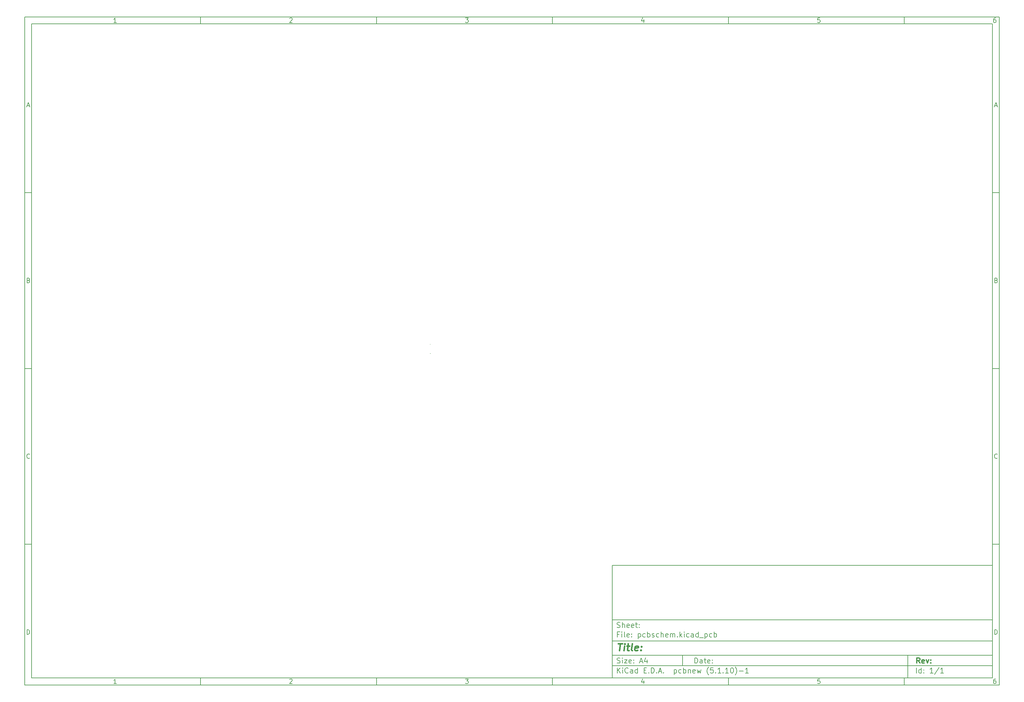
<source format=gbr>
%TF.GenerationSoftware,KiCad,Pcbnew,(5.1.10)-1*%
%TF.CreationDate,2021-10-11T22:16:09-07:00*%
%TF.ProjectId,pcbschem,70636273-6368-4656-9d2e-6b696361645f,rev?*%
%TF.SameCoordinates,Original*%
%TF.FileFunction,Other,Fab,Bot*%
%FSLAX46Y46*%
G04 Gerber Fmt 4.6, Leading zero omitted, Abs format (unit mm)*
G04 Created by KiCad (PCBNEW (5.1.10)-1) date 2021-10-11 22:16:09*
%MOMM*%
%LPD*%
G01*
G04 APERTURE LIST*
%ADD10C,0.100000*%
%ADD11C,0.150000*%
%ADD12C,0.300000*%
%ADD13C,0.400000*%
%ADD14C,0.001930*%
G04 APERTURE END LIST*
D10*
D11*
X177002200Y-166007200D02*
X177002200Y-198007200D01*
X285002200Y-198007200D01*
X285002200Y-166007200D01*
X177002200Y-166007200D01*
D10*
D11*
X10000000Y-10000000D02*
X10000000Y-200007200D01*
X287002200Y-200007200D01*
X287002200Y-10000000D01*
X10000000Y-10000000D01*
D10*
D11*
X12000000Y-12000000D02*
X12000000Y-198007200D01*
X285002200Y-198007200D01*
X285002200Y-12000000D01*
X12000000Y-12000000D01*
D10*
D11*
X60000000Y-12000000D02*
X60000000Y-10000000D01*
D10*
D11*
X110000000Y-12000000D02*
X110000000Y-10000000D01*
D10*
D11*
X160000000Y-12000000D02*
X160000000Y-10000000D01*
D10*
D11*
X210000000Y-12000000D02*
X210000000Y-10000000D01*
D10*
D11*
X260000000Y-12000000D02*
X260000000Y-10000000D01*
D10*
D11*
X36065476Y-11588095D02*
X35322619Y-11588095D01*
X35694047Y-11588095D02*
X35694047Y-10288095D01*
X35570238Y-10473809D01*
X35446428Y-10597619D01*
X35322619Y-10659523D01*
D10*
D11*
X85322619Y-10411904D02*
X85384523Y-10350000D01*
X85508333Y-10288095D01*
X85817857Y-10288095D01*
X85941666Y-10350000D01*
X86003571Y-10411904D01*
X86065476Y-10535714D01*
X86065476Y-10659523D01*
X86003571Y-10845238D01*
X85260714Y-11588095D01*
X86065476Y-11588095D01*
D10*
D11*
X135260714Y-10288095D02*
X136065476Y-10288095D01*
X135632142Y-10783333D01*
X135817857Y-10783333D01*
X135941666Y-10845238D01*
X136003571Y-10907142D01*
X136065476Y-11030952D01*
X136065476Y-11340476D01*
X136003571Y-11464285D01*
X135941666Y-11526190D01*
X135817857Y-11588095D01*
X135446428Y-11588095D01*
X135322619Y-11526190D01*
X135260714Y-11464285D01*
D10*
D11*
X185941666Y-10721428D02*
X185941666Y-11588095D01*
X185632142Y-10226190D02*
X185322619Y-11154761D01*
X186127380Y-11154761D01*
D10*
D11*
X236003571Y-10288095D02*
X235384523Y-10288095D01*
X235322619Y-10907142D01*
X235384523Y-10845238D01*
X235508333Y-10783333D01*
X235817857Y-10783333D01*
X235941666Y-10845238D01*
X236003571Y-10907142D01*
X236065476Y-11030952D01*
X236065476Y-11340476D01*
X236003571Y-11464285D01*
X235941666Y-11526190D01*
X235817857Y-11588095D01*
X235508333Y-11588095D01*
X235384523Y-11526190D01*
X235322619Y-11464285D01*
D10*
D11*
X285941666Y-10288095D02*
X285694047Y-10288095D01*
X285570238Y-10350000D01*
X285508333Y-10411904D01*
X285384523Y-10597619D01*
X285322619Y-10845238D01*
X285322619Y-11340476D01*
X285384523Y-11464285D01*
X285446428Y-11526190D01*
X285570238Y-11588095D01*
X285817857Y-11588095D01*
X285941666Y-11526190D01*
X286003571Y-11464285D01*
X286065476Y-11340476D01*
X286065476Y-11030952D01*
X286003571Y-10907142D01*
X285941666Y-10845238D01*
X285817857Y-10783333D01*
X285570238Y-10783333D01*
X285446428Y-10845238D01*
X285384523Y-10907142D01*
X285322619Y-11030952D01*
D10*
D11*
X60000000Y-198007200D02*
X60000000Y-200007200D01*
D10*
D11*
X110000000Y-198007200D02*
X110000000Y-200007200D01*
D10*
D11*
X160000000Y-198007200D02*
X160000000Y-200007200D01*
D10*
D11*
X210000000Y-198007200D02*
X210000000Y-200007200D01*
D10*
D11*
X260000000Y-198007200D02*
X260000000Y-200007200D01*
D10*
D11*
X36065476Y-199595295D02*
X35322619Y-199595295D01*
X35694047Y-199595295D02*
X35694047Y-198295295D01*
X35570238Y-198481009D01*
X35446428Y-198604819D01*
X35322619Y-198666723D01*
D10*
D11*
X85322619Y-198419104D02*
X85384523Y-198357200D01*
X85508333Y-198295295D01*
X85817857Y-198295295D01*
X85941666Y-198357200D01*
X86003571Y-198419104D01*
X86065476Y-198542914D01*
X86065476Y-198666723D01*
X86003571Y-198852438D01*
X85260714Y-199595295D01*
X86065476Y-199595295D01*
D10*
D11*
X135260714Y-198295295D02*
X136065476Y-198295295D01*
X135632142Y-198790533D01*
X135817857Y-198790533D01*
X135941666Y-198852438D01*
X136003571Y-198914342D01*
X136065476Y-199038152D01*
X136065476Y-199347676D01*
X136003571Y-199471485D01*
X135941666Y-199533390D01*
X135817857Y-199595295D01*
X135446428Y-199595295D01*
X135322619Y-199533390D01*
X135260714Y-199471485D01*
D10*
D11*
X185941666Y-198728628D02*
X185941666Y-199595295D01*
X185632142Y-198233390D02*
X185322619Y-199161961D01*
X186127380Y-199161961D01*
D10*
D11*
X236003571Y-198295295D02*
X235384523Y-198295295D01*
X235322619Y-198914342D01*
X235384523Y-198852438D01*
X235508333Y-198790533D01*
X235817857Y-198790533D01*
X235941666Y-198852438D01*
X236003571Y-198914342D01*
X236065476Y-199038152D01*
X236065476Y-199347676D01*
X236003571Y-199471485D01*
X235941666Y-199533390D01*
X235817857Y-199595295D01*
X235508333Y-199595295D01*
X235384523Y-199533390D01*
X235322619Y-199471485D01*
D10*
D11*
X285941666Y-198295295D02*
X285694047Y-198295295D01*
X285570238Y-198357200D01*
X285508333Y-198419104D01*
X285384523Y-198604819D01*
X285322619Y-198852438D01*
X285322619Y-199347676D01*
X285384523Y-199471485D01*
X285446428Y-199533390D01*
X285570238Y-199595295D01*
X285817857Y-199595295D01*
X285941666Y-199533390D01*
X286003571Y-199471485D01*
X286065476Y-199347676D01*
X286065476Y-199038152D01*
X286003571Y-198914342D01*
X285941666Y-198852438D01*
X285817857Y-198790533D01*
X285570238Y-198790533D01*
X285446428Y-198852438D01*
X285384523Y-198914342D01*
X285322619Y-199038152D01*
D10*
D11*
X10000000Y-60000000D02*
X12000000Y-60000000D01*
D10*
D11*
X10000000Y-110000000D02*
X12000000Y-110000000D01*
D10*
D11*
X10000000Y-160000000D02*
X12000000Y-160000000D01*
D10*
D11*
X10690476Y-35216666D02*
X11309523Y-35216666D01*
X10566666Y-35588095D02*
X11000000Y-34288095D01*
X11433333Y-35588095D01*
D10*
D11*
X11092857Y-84907142D02*
X11278571Y-84969047D01*
X11340476Y-85030952D01*
X11402380Y-85154761D01*
X11402380Y-85340476D01*
X11340476Y-85464285D01*
X11278571Y-85526190D01*
X11154761Y-85588095D01*
X10659523Y-85588095D01*
X10659523Y-84288095D01*
X11092857Y-84288095D01*
X11216666Y-84350000D01*
X11278571Y-84411904D01*
X11340476Y-84535714D01*
X11340476Y-84659523D01*
X11278571Y-84783333D01*
X11216666Y-84845238D01*
X11092857Y-84907142D01*
X10659523Y-84907142D01*
D10*
D11*
X11402380Y-135464285D02*
X11340476Y-135526190D01*
X11154761Y-135588095D01*
X11030952Y-135588095D01*
X10845238Y-135526190D01*
X10721428Y-135402380D01*
X10659523Y-135278571D01*
X10597619Y-135030952D01*
X10597619Y-134845238D01*
X10659523Y-134597619D01*
X10721428Y-134473809D01*
X10845238Y-134350000D01*
X11030952Y-134288095D01*
X11154761Y-134288095D01*
X11340476Y-134350000D01*
X11402380Y-134411904D01*
D10*
D11*
X10659523Y-185588095D02*
X10659523Y-184288095D01*
X10969047Y-184288095D01*
X11154761Y-184350000D01*
X11278571Y-184473809D01*
X11340476Y-184597619D01*
X11402380Y-184845238D01*
X11402380Y-185030952D01*
X11340476Y-185278571D01*
X11278571Y-185402380D01*
X11154761Y-185526190D01*
X10969047Y-185588095D01*
X10659523Y-185588095D01*
D10*
D11*
X287002200Y-60000000D02*
X285002200Y-60000000D01*
D10*
D11*
X287002200Y-110000000D02*
X285002200Y-110000000D01*
D10*
D11*
X287002200Y-160000000D02*
X285002200Y-160000000D01*
D10*
D11*
X285692676Y-35216666D02*
X286311723Y-35216666D01*
X285568866Y-35588095D02*
X286002200Y-34288095D01*
X286435533Y-35588095D01*
D10*
D11*
X286095057Y-84907142D02*
X286280771Y-84969047D01*
X286342676Y-85030952D01*
X286404580Y-85154761D01*
X286404580Y-85340476D01*
X286342676Y-85464285D01*
X286280771Y-85526190D01*
X286156961Y-85588095D01*
X285661723Y-85588095D01*
X285661723Y-84288095D01*
X286095057Y-84288095D01*
X286218866Y-84350000D01*
X286280771Y-84411904D01*
X286342676Y-84535714D01*
X286342676Y-84659523D01*
X286280771Y-84783333D01*
X286218866Y-84845238D01*
X286095057Y-84907142D01*
X285661723Y-84907142D01*
D10*
D11*
X286404580Y-135464285D02*
X286342676Y-135526190D01*
X286156961Y-135588095D01*
X286033152Y-135588095D01*
X285847438Y-135526190D01*
X285723628Y-135402380D01*
X285661723Y-135278571D01*
X285599819Y-135030952D01*
X285599819Y-134845238D01*
X285661723Y-134597619D01*
X285723628Y-134473809D01*
X285847438Y-134350000D01*
X286033152Y-134288095D01*
X286156961Y-134288095D01*
X286342676Y-134350000D01*
X286404580Y-134411904D01*
D10*
D11*
X285661723Y-185588095D02*
X285661723Y-184288095D01*
X285971247Y-184288095D01*
X286156961Y-184350000D01*
X286280771Y-184473809D01*
X286342676Y-184597619D01*
X286404580Y-184845238D01*
X286404580Y-185030952D01*
X286342676Y-185278571D01*
X286280771Y-185402380D01*
X286156961Y-185526190D01*
X285971247Y-185588095D01*
X285661723Y-185588095D01*
D10*
D11*
X200434342Y-193785771D02*
X200434342Y-192285771D01*
X200791485Y-192285771D01*
X201005771Y-192357200D01*
X201148628Y-192500057D01*
X201220057Y-192642914D01*
X201291485Y-192928628D01*
X201291485Y-193142914D01*
X201220057Y-193428628D01*
X201148628Y-193571485D01*
X201005771Y-193714342D01*
X200791485Y-193785771D01*
X200434342Y-193785771D01*
X202577200Y-193785771D02*
X202577200Y-193000057D01*
X202505771Y-192857200D01*
X202362914Y-192785771D01*
X202077200Y-192785771D01*
X201934342Y-192857200D01*
X202577200Y-193714342D02*
X202434342Y-193785771D01*
X202077200Y-193785771D01*
X201934342Y-193714342D01*
X201862914Y-193571485D01*
X201862914Y-193428628D01*
X201934342Y-193285771D01*
X202077200Y-193214342D01*
X202434342Y-193214342D01*
X202577200Y-193142914D01*
X203077200Y-192785771D02*
X203648628Y-192785771D01*
X203291485Y-192285771D02*
X203291485Y-193571485D01*
X203362914Y-193714342D01*
X203505771Y-193785771D01*
X203648628Y-193785771D01*
X204720057Y-193714342D02*
X204577200Y-193785771D01*
X204291485Y-193785771D01*
X204148628Y-193714342D01*
X204077200Y-193571485D01*
X204077200Y-193000057D01*
X204148628Y-192857200D01*
X204291485Y-192785771D01*
X204577200Y-192785771D01*
X204720057Y-192857200D01*
X204791485Y-193000057D01*
X204791485Y-193142914D01*
X204077200Y-193285771D01*
X205434342Y-193642914D02*
X205505771Y-193714342D01*
X205434342Y-193785771D01*
X205362914Y-193714342D01*
X205434342Y-193642914D01*
X205434342Y-193785771D01*
X205434342Y-192857200D02*
X205505771Y-192928628D01*
X205434342Y-193000057D01*
X205362914Y-192928628D01*
X205434342Y-192857200D01*
X205434342Y-193000057D01*
D10*
D11*
X177002200Y-194507200D02*
X285002200Y-194507200D01*
D10*
D11*
X178434342Y-196585771D02*
X178434342Y-195085771D01*
X179291485Y-196585771D02*
X178648628Y-195728628D01*
X179291485Y-195085771D02*
X178434342Y-195942914D01*
X179934342Y-196585771D02*
X179934342Y-195585771D01*
X179934342Y-195085771D02*
X179862914Y-195157200D01*
X179934342Y-195228628D01*
X180005771Y-195157200D01*
X179934342Y-195085771D01*
X179934342Y-195228628D01*
X181505771Y-196442914D02*
X181434342Y-196514342D01*
X181220057Y-196585771D01*
X181077200Y-196585771D01*
X180862914Y-196514342D01*
X180720057Y-196371485D01*
X180648628Y-196228628D01*
X180577200Y-195942914D01*
X180577200Y-195728628D01*
X180648628Y-195442914D01*
X180720057Y-195300057D01*
X180862914Y-195157200D01*
X181077200Y-195085771D01*
X181220057Y-195085771D01*
X181434342Y-195157200D01*
X181505771Y-195228628D01*
X182791485Y-196585771D02*
X182791485Y-195800057D01*
X182720057Y-195657200D01*
X182577200Y-195585771D01*
X182291485Y-195585771D01*
X182148628Y-195657200D01*
X182791485Y-196514342D02*
X182648628Y-196585771D01*
X182291485Y-196585771D01*
X182148628Y-196514342D01*
X182077200Y-196371485D01*
X182077200Y-196228628D01*
X182148628Y-196085771D01*
X182291485Y-196014342D01*
X182648628Y-196014342D01*
X182791485Y-195942914D01*
X184148628Y-196585771D02*
X184148628Y-195085771D01*
X184148628Y-196514342D02*
X184005771Y-196585771D01*
X183720057Y-196585771D01*
X183577200Y-196514342D01*
X183505771Y-196442914D01*
X183434342Y-196300057D01*
X183434342Y-195871485D01*
X183505771Y-195728628D01*
X183577200Y-195657200D01*
X183720057Y-195585771D01*
X184005771Y-195585771D01*
X184148628Y-195657200D01*
X186005771Y-195800057D02*
X186505771Y-195800057D01*
X186720057Y-196585771D02*
X186005771Y-196585771D01*
X186005771Y-195085771D01*
X186720057Y-195085771D01*
X187362914Y-196442914D02*
X187434342Y-196514342D01*
X187362914Y-196585771D01*
X187291485Y-196514342D01*
X187362914Y-196442914D01*
X187362914Y-196585771D01*
X188077200Y-196585771D02*
X188077200Y-195085771D01*
X188434342Y-195085771D01*
X188648628Y-195157200D01*
X188791485Y-195300057D01*
X188862914Y-195442914D01*
X188934342Y-195728628D01*
X188934342Y-195942914D01*
X188862914Y-196228628D01*
X188791485Y-196371485D01*
X188648628Y-196514342D01*
X188434342Y-196585771D01*
X188077200Y-196585771D01*
X189577200Y-196442914D02*
X189648628Y-196514342D01*
X189577200Y-196585771D01*
X189505771Y-196514342D01*
X189577200Y-196442914D01*
X189577200Y-196585771D01*
X190220057Y-196157200D02*
X190934342Y-196157200D01*
X190077200Y-196585771D02*
X190577200Y-195085771D01*
X191077200Y-196585771D01*
X191577200Y-196442914D02*
X191648628Y-196514342D01*
X191577200Y-196585771D01*
X191505771Y-196514342D01*
X191577200Y-196442914D01*
X191577200Y-196585771D01*
X194577200Y-195585771D02*
X194577200Y-197085771D01*
X194577200Y-195657200D02*
X194720057Y-195585771D01*
X195005771Y-195585771D01*
X195148628Y-195657200D01*
X195220057Y-195728628D01*
X195291485Y-195871485D01*
X195291485Y-196300057D01*
X195220057Y-196442914D01*
X195148628Y-196514342D01*
X195005771Y-196585771D01*
X194720057Y-196585771D01*
X194577200Y-196514342D01*
X196577200Y-196514342D02*
X196434342Y-196585771D01*
X196148628Y-196585771D01*
X196005771Y-196514342D01*
X195934342Y-196442914D01*
X195862914Y-196300057D01*
X195862914Y-195871485D01*
X195934342Y-195728628D01*
X196005771Y-195657200D01*
X196148628Y-195585771D01*
X196434342Y-195585771D01*
X196577200Y-195657200D01*
X197220057Y-196585771D02*
X197220057Y-195085771D01*
X197220057Y-195657200D02*
X197362914Y-195585771D01*
X197648628Y-195585771D01*
X197791485Y-195657200D01*
X197862914Y-195728628D01*
X197934342Y-195871485D01*
X197934342Y-196300057D01*
X197862914Y-196442914D01*
X197791485Y-196514342D01*
X197648628Y-196585771D01*
X197362914Y-196585771D01*
X197220057Y-196514342D01*
X198577200Y-195585771D02*
X198577200Y-196585771D01*
X198577200Y-195728628D02*
X198648628Y-195657200D01*
X198791485Y-195585771D01*
X199005771Y-195585771D01*
X199148628Y-195657200D01*
X199220057Y-195800057D01*
X199220057Y-196585771D01*
X200505771Y-196514342D02*
X200362914Y-196585771D01*
X200077200Y-196585771D01*
X199934342Y-196514342D01*
X199862914Y-196371485D01*
X199862914Y-195800057D01*
X199934342Y-195657200D01*
X200077200Y-195585771D01*
X200362914Y-195585771D01*
X200505771Y-195657200D01*
X200577200Y-195800057D01*
X200577200Y-195942914D01*
X199862914Y-196085771D01*
X201077200Y-195585771D02*
X201362914Y-196585771D01*
X201648628Y-195871485D01*
X201934342Y-196585771D01*
X202220057Y-195585771D01*
X204362914Y-197157200D02*
X204291485Y-197085771D01*
X204148628Y-196871485D01*
X204077200Y-196728628D01*
X204005771Y-196514342D01*
X203934342Y-196157200D01*
X203934342Y-195871485D01*
X204005771Y-195514342D01*
X204077200Y-195300057D01*
X204148628Y-195157200D01*
X204291485Y-194942914D01*
X204362914Y-194871485D01*
X205648628Y-195085771D02*
X204934342Y-195085771D01*
X204862914Y-195800057D01*
X204934342Y-195728628D01*
X205077200Y-195657200D01*
X205434342Y-195657200D01*
X205577200Y-195728628D01*
X205648628Y-195800057D01*
X205720057Y-195942914D01*
X205720057Y-196300057D01*
X205648628Y-196442914D01*
X205577200Y-196514342D01*
X205434342Y-196585771D01*
X205077200Y-196585771D01*
X204934342Y-196514342D01*
X204862914Y-196442914D01*
X206362914Y-196442914D02*
X206434342Y-196514342D01*
X206362914Y-196585771D01*
X206291485Y-196514342D01*
X206362914Y-196442914D01*
X206362914Y-196585771D01*
X207862914Y-196585771D02*
X207005771Y-196585771D01*
X207434342Y-196585771D02*
X207434342Y-195085771D01*
X207291485Y-195300057D01*
X207148628Y-195442914D01*
X207005771Y-195514342D01*
X208505771Y-196442914D02*
X208577200Y-196514342D01*
X208505771Y-196585771D01*
X208434342Y-196514342D01*
X208505771Y-196442914D01*
X208505771Y-196585771D01*
X210005771Y-196585771D02*
X209148628Y-196585771D01*
X209577200Y-196585771D02*
X209577200Y-195085771D01*
X209434342Y-195300057D01*
X209291485Y-195442914D01*
X209148628Y-195514342D01*
X210934342Y-195085771D02*
X211077200Y-195085771D01*
X211220057Y-195157200D01*
X211291485Y-195228628D01*
X211362914Y-195371485D01*
X211434342Y-195657200D01*
X211434342Y-196014342D01*
X211362914Y-196300057D01*
X211291485Y-196442914D01*
X211220057Y-196514342D01*
X211077200Y-196585771D01*
X210934342Y-196585771D01*
X210791485Y-196514342D01*
X210720057Y-196442914D01*
X210648628Y-196300057D01*
X210577200Y-196014342D01*
X210577200Y-195657200D01*
X210648628Y-195371485D01*
X210720057Y-195228628D01*
X210791485Y-195157200D01*
X210934342Y-195085771D01*
X211934342Y-197157200D02*
X212005771Y-197085771D01*
X212148628Y-196871485D01*
X212220057Y-196728628D01*
X212291485Y-196514342D01*
X212362914Y-196157200D01*
X212362914Y-195871485D01*
X212291485Y-195514342D01*
X212220057Y-195300057D01*
X212148628Y-195157200D01*
X212005771Y-194942914D01*
X211934342Y-194871485D01*
X213077200Y-196014342D02*
X214220057Y-196014342D01*
X215720057Y-196585771D02*
X214862914Y-196585771D01*
X215291485Y-196585771D02*
X215291485Y-195085771D01*
X215148628Y-195300057D01*
X215005771Y-195442914D01*
X214862914Y-195514342D01*
D10*
D11*
X177002200Y-191507200D02*
X285002200Y-191507200D01*
D10*
D12*
X264411485Y-193785771D02*
X263911485Y-193071485D01*
X263554342Y-193785771D02*
X263554342Y-192285771D01*
X264125771Y-192285771D01*
X264268628Y-192357200D01*
X264340057Y-192428628D01*
X264411485Y-192571485D01*
X264411485Y-192785771D01*
X264340057Y-192928628D01*
X264268628Y-193000057D01*
X264125771Y-193071485D01*
X263554342Y-193071485D01*
X265625771Y-193714342D02*
X265482914Y-193785771D01*
X265197200Y-193785771D01*
X265054342Y-193714342D01*
X264982914Y-193571485D01*
X264982914Y-193000057D01*
X265054342Y-192857200D01*
X265197200Y-192785771D01*
X265482914Y-192785771D01*
X265625771Y-192857200D01*
X265697200Y-193000057D01*
X265697200Y-193142914D01*
X264982914Y-193285771D01*
X266197200Y-192785771D02*
X266554342Y-193785771D01*
X266911485Y-192785771D01*
X267482914Y-193642914D02*
X267554342Y-193714342D01*
X267482914Y-193785771D01*
X267411485Y-193714342D01*
X267482914Y-193642914D01*
X267482914Y-193785771D01*
X267482914Y-192857200D02*
X267554342Y-192928628D01*
X267482914Y-193000057D01*
X267411485Y-192928628D01*
X267482914Y-192857200D01*
X267482914Y-193000057D01*
D10*
D11*
X178362914Y-193714342D02*
X178577200Y-193785771D01*
X178934342Y-193785771D01*
X179077200Y-193714342D01*
X179148628Y-193642914D01*
X179220057Y-193500057D01*
X179220057Y-193357200D01*
X179148628Y-193214342D01*
X179077200Y-193142914D01*
X178934342Y-193071485D01*
X178648628Y-193000057D01*
X178505771Y-192928628D01*
X178434342Y-192857200D01*
X178362914Y-192714342D01*
X178362914Y-192571485D01*
X178434342Y-192428628D01*
X178505771Y-192357200D01*
X178648628Y-192285771D01*
X179005771Y-192285771D01*
X179220057Y-192357200D01*
X179862914Y-193785771D02*
X179862914Y-192785771D01*
X179862914Y-192285771D02*
X179791485Y-192357200D01*
X179862914Y-192428628D01*
X179934342Y-192357200D01*
X179862914Y-192285771D01*
X179862914Y-192428628D01*
X180434342Y-192785771D02*
X181220057Y-192785771D01*
X180434342Y-193785771D01*
X181220057Y-193785771D01*
X182362914Y-193714342D02*
X182220057Y-193785771D01*
X181934342Y-193785771D01*
X181791485Y-193714342D01*
X181720057Y-193571485D01*
X181720057Y-193000057D01*
X181791485Y-192857200D01*
X181934342Y-192785771D01*
X182220057Y-192785771D01*
X182362914Y-192857200D01*
X182434342Y-193000057D01*
X182434342Y-193142914D01*
X181720057Y-193285771D01*
X183077200Y-193642914D02*
X183148628Y-193714342D01*
X183077200Y-193785771D01*
X183005771Y-193714342D01*
X183077200Y-193642914D01*
X183077200Y-193785771D01*
X183077200Y-192857200D02*
X183148628Y-192928628D01*
X183077200Y-193000057D01*
X183005771Y-192928628D01*
X183077200Y-192857200D01*
X183077200Y-193000057D01*
X184862914Y-193357200D02*
X185577200Y-193357200D01*
X184720057Y-193785771D02*
X185220057Y-192285771D01*
X185720057Y-193785771D01*
X186862914Y-192785771D02*
X186862914Y-193785771D01*
X186505771Y-192214342D02*
X186148628Y-193285771D01*
X187077200Y-193285771D01*
D10*
D11*
X263434342Y-196585771D02*
X263434342Y-195085771D01*
X264791485Y-196585771D02*
X264791485Y-195085771D01*
X264791485Y-196514342D02*
X264648628Y-196585771D01*
X264362914Y-196585771D01*
X264220057Y-196514342D01*
X264148628Y-196442914D01*
X264077200Y-196300057D01*
X264077200Y-195871485D01*
X264148628Y-195728628D01*
X264220057Y-195657200D01*
X264362914Y-195585771D01*
X264648628Y-195585771D01*
X264791485Y-195657200D01*
X265505771Y-196442914D02*
X265577200Y-196514342D01*
X265505771Y-196585771D01*
X265434342Y-196514342D01*
X265505771Y-196442914D01*
X265505771Y-196585771D01*
X265505771Y-195657200D02*
X265577200Y-195728628D01*
X265505771Y-195800057D01*
X265434342Y-195728628D01*
X265505771Y-195657200D01*
X265505771Y-195800057D01*
X268148628Y-196585771D02*
X267291485Y-196585771D01*
X267720057Y-196585771D02*
X267720057Y-195085771D01*
X267577200Y-195300057D01*
X267434342Y-195442914D01*
X267291485Y-195514342D01*
X269862914Y-195014342D02*
X268577200Y-196942914D01*
X271148628Y-196585771D02*
X270291485Y-196585771D01*
X270720057Y-196585771D02*
X270720057Y-195085771D01*
X270577200Y-195300057D01*
X270434342Y-195442914D01*
X270291485Y-195514342D01*
D10*
D11*
X177002200Y-187507200D02*
X285002200Y-187507200D01*
D10*
D13*
X178714580Y-188211961D02*
X179857438Y-188211961D01*
X179036009Y-190211961D02*
X179286009Y-188211961D01*
X180274104Y-190211961D02*
X180440771Y-188878628D01*
X180524104Y-188211961D02*
X180416961Y-188307200D01*
X180500295Y-188402438D01*
X180607438Y-188307200D01*
X180524104Y-188211961D01*
X180500295Y-188402438D01*
X181107438Y-188878628D02*
X181869342Y-188878628D01*
X181476485Y-188211961D02*
X181262200Y-189926247D01*
X181333628Y-190116723D01*
X181512200Y-190211961D01*
X181702676Y-190211961D01*
X182655057Y-190211961D02*
X182476485Y-190116723D01*
X182405057Y-189926247D01*
X182619342Y-188211961D01*
X184190771Y-190116723D02*
X183988390Y-190211961D01*
X183607438Y-190211961D01*
X183428866Y-190116723D01*
X183357438Y-189926247D01*
X183452676Y-189164342D01*
X183571723Y-188973866D01*
X183774104Y-188878628D01*
X184155057Y-188878628D01*
X184333628Y-188973866D01*
X184405057Y-189164342D01*
X184381247Y-189354819D01*
X183405057Y-189545295D01*
X185155057Y-190021485D02*
X185238390Y-190116723D01*
X185131247Y-190211961D01*
X185047914Y-190116723D01*
X185155057Y-190021485D01*
X185131247Y-190211961D01*
X185286009Y-188973866D02*
X185369342Y-189069104D01*
X185262200Y-189164342D01*
X185178866Y-189069104D01*
X185286009Y-188973866D01*
X185262200Y-189164342D01*
D10*
D11*
X178934342Y-185600057D02*
X178434342Y-185600057D01*
X178434342Y-186385771D02*
X178434342Y-184885771D01*
X179148628Y-184885771D01*
X179720057Y-186385771D02*
X179720057Y-185385771D01*
X179720057Y-184885771D02*
X179648628Y-184957200D01*
X179720057Y-185028628D01*
X179791485Y-184957200D01*
X179720057Y-184885771D01*
X179720057Y-185028628D01*
X180648628Y-186385771D02*
X180505771Y-186314342D01*
X180434342Y-186171485D01*
X180434342Y-184885771D01*
X181791485Y-186314342D02*
X181648628Y-186385771D01*
X181362914Y-186385771D01*
X181220057Y-186314342D01*
X181148628Y-186171485D01*
X181148628Y-185600057D01*
X181220057Y-185457200D01*
X181362914Y-185385771D01*
X181648628Y-185385771D01*
X181791485Y-185457200D01*
X181862914Y-185600057D01*
X181862914Y-185742914D01*
X181148628Y-185885771D01*
X182505771Y-186242914D02*
X182577200Y-186314342D01*
X182505771Y-186385771D01*
X182434342Y-186314342D01*
X182505771Y-186242914D01*
X182505771Y-186385771D01*
X182505771Y-185457200D02*
X182577200Y-185528628D01*
X182505771Y-185600057D01*
X182434342Y-185528628D01*
X182505771Y-185457200D01*
X182505771Y-185600057D01*
X184362914Y-185385771D02*
X184362914Y-186885771D01*
X184362914Y-185457200D02*
X184505771Y-185385771D01*
X184791485Y-185385771D01*
X184934342Y-185457200D01*
X185005771Y-185528628D01*
X185077200Y-185671485D01*
X185077200Y-186100057D01*
X185005771Y-186242914D01*
X184934342Y-186314342D01*
X184791485Y-186385771D01*
X184505771Y-186385771D01*
X184362914Y-186314342D01*
X186362914Y-186314342D02*
X186220057Y-186385771D01*
X185934342Y-186385771D01*
X185791485Y-186314342D01*
X185720057Y-186242914D01*
X185648628Y-186100057D01*
X185648628Y-185671485D01*
X185720057Y-185528628D01*
X185791485Y-185457200D01*
X185934342Y-185385771D01*
X186220057Y-185385771D01*
X186362914Y-185457200D01*
X187005771Y-186385771D02*
X187005771Y-184885771D01*
X187005771Y-185457200D02*
X187148628Y-185385771D01*
X187434342Y-185385771D01*
X187577200Y-185457200D01*
X187648628Y-185528628D01*
X187720057Y-185671485D01*
X187720057Y-186100057D01*
X187648628Y-186242914D01*
X187577200Y-186314342D01*
X187434342Y-186385771D01*
X187148628Y-186385771D01*
X187005771Y-186314342D01*
X188291485Y-186314342D02*
X188434342Y-186385771D01*
X188720057Y-186385771D01*
X188862914Y-186314342D01*
X188934342Y-186171485D01*
X188934342Y-186100057D01*
X188862914Y-185957200D01*
X188720057Y-185885771D01*
X188505771Y-185885771D01*
X188362914Y-185814342D01*
X188291485Y-185671485D01*
X188291485Y-185600057D01*
X188362914Y-185457200D01*
X188505771Y-185385771D01*
X188720057Y-185385771D01*
X188862914Y-185457200D01*
X190220057Y-186314342D02*
X190077200Y-186385771D01*
X189791485Y-186385771D01*
X189648628Y-186314342D01*
X189577200Y-186242914D01*
X189505771Y-186100057D01*
X189505771Y-185671485D01*
X189577200Y-185528628D01*
X189648628Y-185457200D01*
X189791485Y-185385771D01*
X190077200Y-185385771D01*
X190220057Y-185457200D01*
X190862914Y-186385771D02*
X190862914Y-184885771D01*
X191505771Y-186385771D02*
X191505771Y-185600057D01*
X191434342Y-185457200D01*
X191291485Y-185385771D01*
X191077200Y-185385771D01*
X190934342Y-185457200D01*
X190862914Y-185528628D01*
X192791485Y-186314342D02*
X192648628Y-186385771D01*
X192362914Y-186385771D01*
X192220057Y-186314342D01*
X192148628Y-186171485D01*
X192148628Y-185600057D01*
X192220057Y-185457200D01*
X192362914Y-185385771D01*
X192648628Y-185385771D01*
X192791485Y-185457200D01*
X192862914Y-185600057D01*
X192862914Y-185742914D01*
X192148628Y-185885771D01*
X193505771Y-186385771D02*
X193505771Y-185385771D01*
X193505771Y-185528628D02*
X193577200Y-185457200D01*
X193720057Y-185385771D01*
X193934342Y-185385771D01*
X194077200Y-185457200D01*
X194148628Y-185600057D01*
X194148628Y-186385771D01*
X194148628Y-185600057D02*
X194220057Y-185457200D01*
X194362914Y-185385771D01*
X194577200Y-185385771D01*
X194720057Y-185457200D01*
X194791485Y-185600057D01*
X194791485Y-186385771D01*
X195505771Y-186242914D02*
X195577200Y-186314342D01*
X195505771Y-186385771D01*
X195434342Y-186314342D01*
X195505771Y-186242914D01*
X195505771Y-186385771D01*
X196220057Y-186385771D02*
X196220057Y-184885771D01*
X196362914Y-185814342D02*
X196791485Y-186385771D01*
X196791485Y-185385771D02*
X196220057Y-185957200D01*
X197434342Y-186385771D02*
X197434342Y-185385771D01*
X197434342Y-184885771D02*
X197362914Y-184957200D01*
X197434342Y-185028628D01*
X197505771Y-184957200D01*
X197434342Y-184885771D01*
X197434342Y-185028628D01*
X198791485Y-186314342D02*
X198648628Y-186385771D01*
X198362914Y-186385771D01*
X198220057Y-186314342D01*
X198148628Y-186242914D01*
X198077200Y-186100057D01*
X198077200Y-185671485D01*
X198148628Y-185528628D01*
X198220057Y-185457200D01*
X198362914Y-185385771D01*
X198648628Y-185385771D01*
X198791485Y-185457200D01*
X200077200Y-186385771D02*
X200077200Y-185600057D01*
X200005771Y-185457200D01*
X199862914Y-185385771D01*
X199577200Y-185385771D01*
X199434342Y-185457200D01*
X200077200Y-186314342D02*
X199934342Y-186385771D01*
X199577200Y-186385771D01*
X199434342Y-186314342D01*
X199362914Y-186171485D01*
X199362914Y-186028628D01*
X199434342Y-185885771D01*
X199577200Y-185814342D01*
X199934342Y-185814342D01*
X200077200Y-185742914D01*
X201434342Y-186385771D02*
X201434342Y-184885771D01*
X201434342Y-186314342D02*
X201291485Y-186385771D01*
X201005771Y-186385771D01*
X200862914Y-186314342D01*
X200791485Y-186242914D01*
X200720057Y-186100057D01*
X200720057Y-185671485D01*
X200791485Y-185528628D01*
X200862914Y-185457200D01*
X201005771Y-185385771D01*
X201291485Y-185385771D01*
X201434342Y-185457200D01*
X201791485Y-186528628D02*
X202934342Y-186528628D01*
X203291485Y-185385771D02*
X203291485Y-186885771D01*
X203291485Y-185457200D02*
X203434342Y-185385771D01*
X203720057Y-185385771D01*
X203862914Y-185457200D01*
X203934342Y-185528628D01*
X204005771Y-185671485D01*
X204005771Y-186100057D01*
X203934342Y-186242914D01*
X203862914Y-186314342D01*
X203720057Y-186385771D01*
X203434342Y-186385771D01*
X203291485Y-186314342D01*
X205291485Y-186314342D02*
X205148628Y-186385771D01*
X204862914Y-186385771D01*
X204720057Y-186314342D01*
X204648628Y-186242914D01*
X204577200Y-186100057D01*
X204577200Y-185671485D01*
X204648628Y-185528628D01*
X204720057Y-185457200D01*
X204862914Y-185385771D01*
X205148628Y-185385771D01*
X205291485Y-185457200D01*
X205934342Y-186385771D02*
X205934342Y-184885771D01*
X205934342Y-185457200D02*
X206077200Y-185385771D01*
X206362914Y-185385771D01*
X206505771Y-185457200D01*
X206577200Y-185528628D01*
X206648628Y-185671485D01*
X206648628Y-186100057D01*
X206577200Y-186242914D01*
X206505771Y-186314342D01*
X206362914Y-186385771D01*
X206077200Y-186385771D01*
X205934342Y-186314342D01*
D10*
D11*
X177002200Y-181507200D02*
X285002200Y-181507200D01*
D10*
D11*
X178362914Y-183614342D02*
X178577200Y-183685771D01*
X178934342Y-183685771D01*
X179077200Y-183614342D01*
X179148628Y-183542914D01*
X179220057Y-183400057D01*
X179220057Y-183257200D01*
X179148628Y-183114342D01*
X179077200Y-183042914D01*
X178934342Y-182971485D01*
X178648628Y-182900057D01*
X178505771Y-182828628D01*
X178434342Y-182757200D01*
X178362914Y-182614342D01*
X178362914Y-182471485D01*
X178434342Y-182328628D01*
X178505771Y-182257200D01*
X178648628Y-182185771D01*
X179005771Y-182185771D01*
X179220057Y-182257200D01*
X179862914Y-183685771D02*
X179862914Y-182185771D01*
X180505771Y-183685771D02*
X180505771Y-182900057D01*
X180434342Y-182757200D01*
X180291485Y-182685771D01*
X180077200Y-182685771D01*
X179934342Y-182757200D01*
X179862914Y-182828628D01*
X181791485Y-183614342D02*
X181648628Y-183685771D01*
X181362914Y-183685771D01*
X181220057Y-183614342D01*
X181148628Y-183471485D01*
X181148628Y-182900057D01*
X181220057Y-182757200D01*
X181362914Y-182685771D01*
X181648628Y-182685771D01*
X181791485Y-182757200D01*
X181862914Y-182900057D01*
X181862914Y-183042914D01*
X181148628Y-183185771D01*
X183077200Y-183614342D02*
X182934342Y-183685771D01*
X182648628Y-183685771D01*
X182505771Y-183614342D01*
X182434342Y-183471485D01*
X182434342Y-182900057D01*
X182505771Y-182757200D01*
X182648628Y-182685771D01*
X182934342Y-182685771D01*
X183077200Y-182757200D01*
X183148628Y-182900057D01*
X183148628Y-183042914D01*
X182434342Y-183185771D01*
X183577200Y-182685771D02*
X184148628Y-182685771D01*
X183791485Y-182185771D02*
X183791485Y-183471485D01*
X183862914Y-183614342D01*
X184005771Y-183685771D01*
X184148628Y-183685771D01*
X184648628Y-183542914D02*
X184720057Y-183614342D01*
X184648628Y-183685771D01*
X184577200Y-183614342D01*
X184648628Y-183542914D01*
X184648628Y-183685771D01*
X184648628Y-182757200D02*
X184720057Y-182828628D01*
X184648628Y-182900057D01*
X184577200Y-182828628D01*
X184648628Y-182757200D01*
X184648628Y-182900057D01*
D10*
D11*
X197002200Y-191507200D02*
X197002200Y-194507200D01*
D10*
D11*
X261002200Y-191507200D02*
X261002200Y-198007200D01*
%TO.C,D-1*%
D14*
X125279134Y-103073320D02*
X125265345Y-103073320D01*
X125272240Y-103097450D02*
X125272240Y-103073320D01*
X125257302Y-103097450D02*
X125257302Y-103073320D01*
X125248110Y-103073320D01*
X125245812Y-103074470D01*
X125244663Y-103075619D01*
X125243514Y-103077917D01*
X125243514Y-103081364D01*
X125244663Y-103083662D01*
X125245812Y-103084811D01*
X125248110Y-103085960D01*
X125257302Y-103085960D01*
X125225129Y-103084811D02*
X125221682Y-103085960D01*
X125220533Y-103087109D01*
X125219384Y-103089407D01*
X125219384Y-103092854D01*
X125220533Y-103095152D01*
X125221682Y-103096301D01*
X125223980Y-103097450D01*
X125233172Y-103097450D01*
X125233172Y-103073320D01*
X125225129Y-103073320D01*
X125222831Y-103074470D01*
X125221682Y-103075619D01*
X125220533Y-103077917D01*
X125220533Y-103080215D01*
X125221682Y-103082513D01*
X125222831Y-103083662D01*
X125225129Y-103084811D01*
X125233172Y-103084811D01*
X125196403Y-103097450D02*
X125210191Y-103097450D01*
X125203297Y-103097450D02*
X125203297Y-103073320D01*
X125205595Y-103076768D01*
X125207893Y-103079066D01*
X125210191Y-103080215D01*
X125184912Y-103096301D02*
X125184912Y-103097450D01*
X125186061Y-103099749D01*
X125187210Y-103100898D01*
X125175720Y-103075619D02*
X125174571Y-103074470D01*
X125172273Y-103073320D01*
X125166527Y-103073320D01*
X125164229Y-103074470D01*
X125163080Y-103075619D01*
X125161931Y-103077917D01*
X125161931Y-103080215D01*
X125163080Y-103083662D01*
X125176869Y-103097450D01*
X125161931Y-103097450D01*
X125153888Y-103073320D02*
X125137801Y-103073320D01*
X125148143Y-103097450D01*
%TO.C,D+1*%
X125342634Y-105676820D02*
X125328845Y-105676820D01*
X125335740Y-105700950D02*
X125335740Y-105676820D01*
X125320802Y-105700950D02*
X125320802Y-105676820D01*
X125311610Y-105676820D01*
X125309312Y-105677970D01*
X125308163Y-105679119D01*
X125307014Y-105681417D01*
X125307014Y-105684864D01*
X125308163Y-105687162D01*
X125309312Y-105688311D01*
X125311610Y-105689460D01*
X125320802Y-105689460D01*
X125288629Y-105688311D02*
X125285182Y-105689460D01*
X125284033Y-105690609D01*
X125282884Y-105692907D01*
X125282884Y-105696354D01*
X125284033Y-105698652D01*
X125285182Y-105699801D01*
X125287480Y-105700950D01*
X125296672Y-105700950D01*
X125296672Y-105676820D01*
X125288629Y-105676820D01*
X125286331Y-105677970D01*
X125285182Y-105679119D01*
X125284033Y-105681417D01*
X125284033Y-105683715D01*
X125285182Y-105686013D01*
X125286331Y-105687162D01*
X125288629Y-105688311D01*
X125296672Y-105688311D01*
X125259903Y-105700950D02*
X125273691Y-105700950D01*
X125266797Y-105700950D02*
X125266797Y-105676820D01*
X125269095Y-105680268D01*
X125271393Y-105682566D01*
X125273691Y-105683715D01*
X125248412Y-105699801D02*
X125248412Y-105700950D01*
X125249561Y-105703249D01*
X125250710Y-105704398D01*
X125239220Y-105679119D02*
X125238071Y-105677970D01*
X125235773Y-105676820D01*
X125230027Y-105676820D01*
X125227729Y-105677970D01*
X125226580Y-105679119D01*
X125225431Y-105681417D01*
X125225431Y-105683715D01*
X125226580Y-105687162D01*
X125240369Y-105700950D01*
X125225431Y-105700950D01*
X125217388Y-105676820D02*
X125201301Y-105676820D01*
X125211643Y-105700950D01*
%TD*%
M02*

</source>
